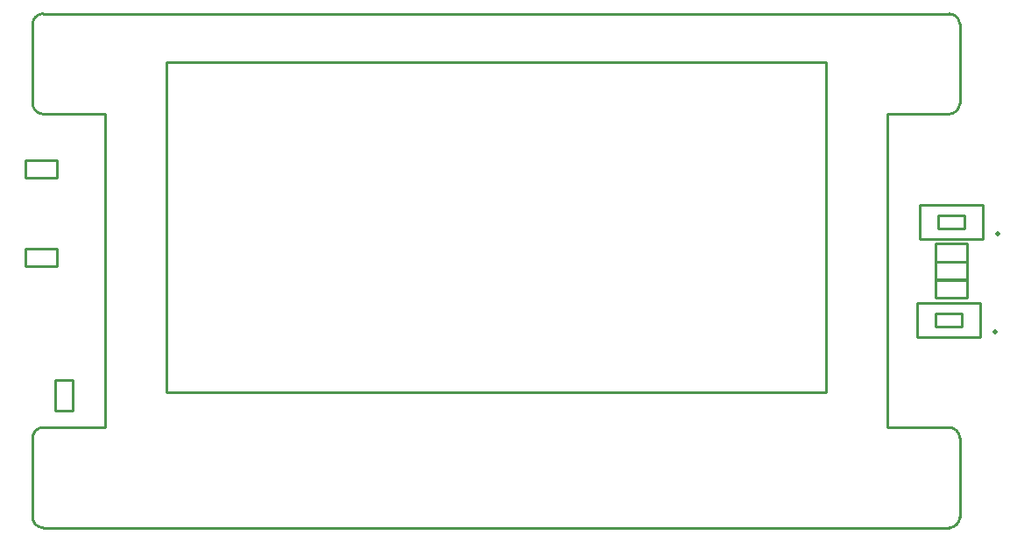
<source format=gbr>
G04 DipTrace 3.2.0.1*
G04 Âåðõíÿÿìàðêèðîâêà.gbr*
%MOIN*%
G04 #@! TF.FileFunction,Legend,Top*
G04 #@! TF.Part,Single*
%ADD10C,0.009843*%
%ADD36C,0.019667*%
%FSLAX26Y26*%
G04*
G70*
G90*
G75*
G01*
G04 TopSilk*
%LPD*%
X571899Y1461417D2*
D10*
X690009D1*
Y1394488D1*
X571899D1*
Y1461417D1*
Y1798917D2*
X690009D1*
Y1731988D1*
X571899D1*
Y1798917D1*
X684990Y843896D2*
X751919D1*
Y962007D1*
X684990D1*
Y843896D1*
X4153543Y1413386D2*
X4035433D1*
Y1480315D1*
X4153543D1*
Y1413386D1*
X637653Y399398D2*
X4086757D1*
X598138Y2317170D2*
Y2013818D1*
X4126272Y742088D2*
Y438736D1*
X598138Y742088D2*
Y438736D1*
X873685Y1974480D2*
Y781426D1*
X3850724Y1974480D2*
Y781426D1*
X598138Y742088D2*
G02X637653Y781426I40921J-1590D01*
G01*
Y1974480D2*
X873685D1*
X3850724D2*
X4086757D1*
X598138Y2317170D2*
G02X637653Y2356508I40559J-1226D01*
G01*
X4086757D1*
X4126272Y2317170D2*
Y2013818D1*
X3850724Y781426D2*
X4086757D1*
X637653D2*
X873685D1*
X637653Y1974480D2*
G02X598138Y2013818I1406J40928D01*
G01*
X637653Y399398D2*
G02X598138Y438736I1044J40564D01*
G01*
X4126272Y2013818D2*
G02X4086757Y1974480I-40921J1590D01*
G01*
Y2356508D2*
G02X4126272Y2317170I-1044J-40564D01*
G01*
Y438736D2*
G02X4086757Y399398I-40559J1226D01*
G01*
Y781426D2*
G02X4126272Y742088I-1406J-40928D01*
G01*
X1106189Y2171365D2*
X3618220D1*
Y915292D1*
X1106189D1*
Y2171365D1*
X4035433Y1411417D2*
X4153543D1*
Y1344488D1*
X4035433D1*
Y1411417D1*
Y1342520D2*
X4153543D1*
Y1275591D1*
X4035433D1*
Y1342520D1*
X4214560Y1500000D2*
X3974416D1*
Y1629921D1*
X4214560D1*
Y1500000D1*
X4144488Y1539951D2*
X4044489D1*
Y1589970D1*
X4144488D1*
Y1539951D1*
D36*
X4269690Y1519690D3*
X4204718Y1125984D2*
D10*
X3964574D1*
Y1255906D1*
X4204718D1*
Y1125984D1*
X4134645Y1165935D2*
X4034646D1*
Y1215955D1*
X4134645D1*
Y1165935D1*
D36*
X4259847Y1145674D3*
M02*

</source>
